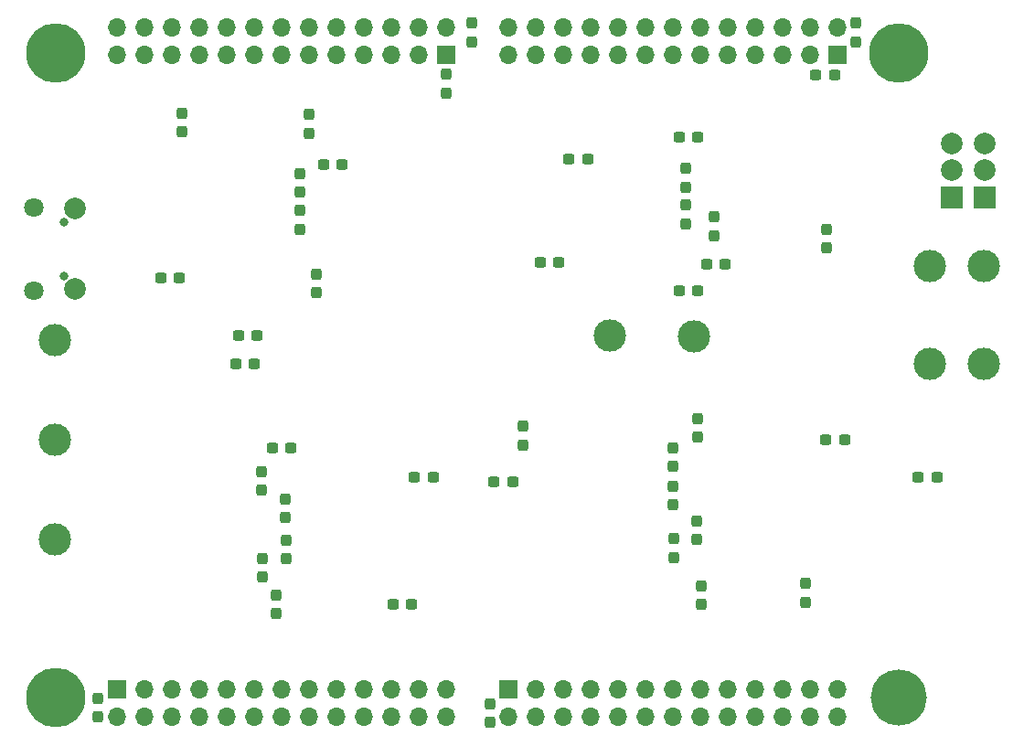
<source format=gbs>
%TF.GenerationSoftware,KiCad,Pcbnew,(6.0.7-1)-1*%
%TF.CreationDate,2022-09-30T10:31:32-05:00*%
%TF.ProjectId,ramn,72616d6e-2e6b-4696-9361-645f70636258,rev?*%
%TF.SameCoordinates,Original*%
%TF.FileFunction,Soldermask,Bot*%
%TF.FilePolarity,Negative*%
%FSLAX46Y46*%
G04 Gerber Fmt 4.6, Leading zero omitted, Abs format (unit mm)*
G04 Created by KiCad (PCBNEW (6.0.7-1)-1) date 2022-09-30 10:31:32*
%MOMM*%
%LPD*%
G01*
G04 APERTURE LIST*
G04 Aperture macros list*
%AMRoundRect*
0 Rectangle with rounded corners*
0 $1 Rounding radius*
0 $2 $3 $4 $5 $6 $7 $8 $9 X,Y pos of 4 corners*
0 Add a 4 corners polygon primitive as box body*
4,1,4,$2,$3,$4,$5,$6,$7,$8,$9,$2,$3,0*
0 Add four circle primitives for the rounded corners*
1,1,$1+$1,$2,$3*
1,1,$1+$1,$4,$5*
1,1,$1+$1,$6,$7*
1,1,$1+$1,$8,$9*
0 Add four rect primitives between the rounded corners*
20,1,$1+$1,$2,$3,$4,$5,0*
20,1,$1+$1,$4,$5,$6,$7,0*
20,1,$1+$1,$6,$7,$8,$9,0*
20,1,$1+$1,$8,$9,$2,$3,0*%
G04 Aperture macros list end*
%ADD10C,5.200000*%
%ADD11C,3.000000*%
%ADD12R,1.700000X1.700000*%
%ADD13O,1.700000X1.700000*%
%ADD14R,2.000000X2.000000*%
%ADD15C,2.000000*%
%ADD16C,5.500000*%
%ADD17C,0.800000*%
%ADD18C,1.800000*%
%ADD19RoundRect,0.237500X0.237500X-0.300000X0.237500X0.300000X-0.237500X0.300000X-0.237500X-0.300000X0*%
%ADD20RoundRect,0.237500X0.300000X0.237500X-0.300000X0.237500X-0.300000X-0.237500X0.300000X-0.237500X0*%
%ADD21RoundRect,0.237500X-0.300000X-0.237500X0.300000X-0.237500X0.300000X0.237500X-0.300000X0.237500X0*%
%ADD22RoundRect,0.237500X-0.237500X0.300000X-0.237500X-0.300000X0.237500X-0.300000X0.237500X0.300000X0*%
G04 APERTURE END LIST*
D10*
X122555000Y-106680000D03*
D11*
X95770000Y-73140000D03*
D12*
X116840000Y-47117000D03*
D13*
X116840000Y-44577000D03*
X114300000Y-47117000D03*
X114300000Y-44577000D03*
X111760000Y-47117000D03*
X111760000Y-44577000D03*
X109220000Y-47117000D03*
X109220000Y-44577000D03*
X106680000Y-47117000D03*
X106680000Y-44577000D03*
X104140000Y-47117000D03*
X104140000Y-44577000D03*
X101600000Y-47117000D03*
X101600000Y-44577000D03*
X99060000Y-47117000D03*
X99060000Y-44577000D03*
X96520000Y-47117000D03*
X96520000Y-44577000D03*
X93980000Y-47117000D03*
X93980000Y-44577000D03*
X91440000Y-47117000D03*
X91440000Y-44577000D03*
X88900000Y-47117000D03*
X88900000Y-44577000D03*
X86360000Y-47117000D03*
X86360000Y-44577000D03*
D14*
X127405000Y-60360000D03*
X130505000Y-60360000D03*
D15*
X130505000Y-57860000D03*
X127405000Y-57860000D03*
X127405000Y-55360000D03*
X130505000Y-55360000D03*
D11*
X125405000Y-75730000D03*
X44405000Y-92030000D03*
D16*
X44450000Y-106680000D03*
D12*
X86360000Y-105900000D03*
D13*
X86360000Y-108440000D03*
X88900000Y-105900000D03*
X88900000Y-108440000D03*
X91440000Y-105900000D03*
X91440000Y-108440000D03*
X93980000Y-105900000D03*
X93980000Y-108440000D03*
X96520000Y-105900000D03*
X96520000Y-108440000D03*
X99060000Y-105900000D03*
X99060000Y-108440000D03*
X101600000Y-105900000D03*
X101600000Y-108440000D03*
X104140000Y-105900000D03*
X104140000Y-108440000D03*
X106680000Y-105900000D03*
X106680000Y-108440000D03*
X109220000Y-105900000D03*
X109220000Y-108440000D03*
X111760000Y-105900000D03*
X111760000Y-108440000D03*
X114300000Y-105900000D03*
X114300000Y-108440000D03*
X116840000Y-105900000D03*
X116840000Y-108440000D03*
D11*
X130405000Y-75730000D03*
X44405000Y-82830000D03*
X125405000Y-66730000D03*
D16*
X44450000Y-46990000D03*
D12*
X50165000Y-105900000D03*
D13*
X50165000Y-108440000D03*
X52705000Y-105900000D03*
X52705000Y-108440000D03*
X55245000Y-105900000D03*
X55245000Y-108440000D03*
X57785000Y-105900000D03*
X57785000Y-108440000D03*
X60325000Y-105900000D03*
X60325000Y-108440000D03*
X62865000Y-105900000D03*
X62865000Y-108440000D03*
X65405000Y-105900000D03*
X65405000Y-108440000D03*
X67945000Y-105900000D03*
X67945000Y-108440000D03*
X70485000Y-105900000D03*
X70485000Y-108440000D03*
X73025000Y-105900000D03*
X73025000Y-108440000D03*
X75565000Y-105900000D03*
X75565000Y-108440000D03*
X78105000Y-105900000D03*
X78105000Y-108440000D03*
X80645000Y-105900000D03*
X80645000Y-108440000D03*
D17*
X45205000Y-67630000D03*
X45205000Y-62630000D03*
D18*
X42455000Y-61255000D03*
D15*
X46255000Y-61405000D03*
D18*
X42455000Y-69005000D03*
D15*
X46255000Y-68855000D03*
D12*
X80645000Y-47117000D03*
D13*
X80645000Y-44577000D03*
X78105000Y-47117000D03*
X78105000Y-44577000D03*
X75565000Y-47117000D03*
X75565000Y-44577000D03*
X73025000Y-47117000D03*
X73025000Y-44577000D03*
X70485000Y-47117000D03*
X70485000Y-44577000D03*
X67945000Y-47117000D03*
X67945000Y-44577000D03*
X65405000Y-47117000D03*
X65405000Y-44577000D03*
X62865000Y-47117000D03*
X62865000Y-44577000D03*
X60325000Y-47117000D03*
X60325000Y-44577000D03*
X57785000Y-47117000D03*
X57785000Y-44577000D03*
X55245000Y-47117000D03*
X55245000Y-44577000D03*
X52705000Y-47117000D03*
X52705000Y-44577000D03*
X50165000Y-47117000D03*
X50165000Y-44577000D03*
D11*
X103580000Y-73230000D03*
X130405000Y-66730000D03*
X44405000Y-73580000D03*
D16*
X122555000Y-46990000D03*
D19*
X63605000Y-95530000D03*
X63605000Y-93805000D03*
X103905000Y-82555000D03*
X103905000Y-80830000D03*
X101705000Y-93692500D03*
X101705000Y-91967500D03*
D20*
X126067500Y-86230000D03*
X124342500Y-86230000D03*
D21*
X104742500Y-66530000D03*
X106467500Y-66530000D03*
D20*
X77405000Y-98030000D03*
X75680000Y-98030000D03*
D22*
X103805000Y-90330000D03*
X103805000Y-92055000D03*
D21*
X102180000Y-54730000D03*
X103905000Y-54730000D03*
X61142500Y-75730000D03*
X62867500Y-75730000D03*
D20*
X116567500Y-49030000D03*
X114842500Y-49030000D03*
D22*
X102805000Y-57667500D03*
X102805000Y-59392500D03*
X67105000Y-61567500D03*
X67105000Y-63292500D03*
D20*
X91067500Y-66330000D03*
X89342500Y-66330000D03*
X103905000Y-69030000D03*
X102180000Y-69030000D03*
D21*
X61367500Y-73130000D03*
X63092500Y-73130000D03*
D19*
X48350000Y-108452500D03*
X48350000Y-106727500D03*
D21*
X64505000Y-83530000D03*
X66230000Y-83530000D03*
D22*
X105405000Y-62167500D03*
X105405000Y-63892500D03*
D19*
X63505000Y-87455000D03*
X63505000Y-85730000D03*
D22*
X64905000Y-97167500D03*
X64905000Y-98892500D03*
X80605000Y-48967500D03*
X80605000Y-50692500D03*
D19*
X56105000Y-54255000D03*
X56105000Y-52530000D03*
X87705000Y-83292500D03*
X87705000Y-81567500D03*
D20*
X86767500Y-86730000D03*
X85042500Y-86730000D03*
D22*
X68605000Y-67430000D03*
X68605000Y-69155000D03*
X83005000Y-44205000D03*
X83005000Y-45930000D03*
D19*
X65705000Y-90030000D03*
X65705000Y-88305000D03*
D21*
X91980000Y-56830000D03*
X93705000Y-56830000D03*
X77680000Y-86230000D03*
X79405000Y-86230000D03*
X69267500Y-57330000D03*
X70992500Y-57330000D03*
D22*
X113905000Y-96105000D03*
X113905000Y-97830000D03*
D19*
X67905000Y-54417500D03*
X67905000Y-52692500D03*
D22*
X102805000Y-61067500D03*
X102805000Y-62792500D03*
X65805000Y-92067500D03*
X65805000Y-93792500D03*
X104205000Y-96305000D03*
X104205000Y-98030000D03*
D20*
X55930000Y-67830000D03*
X54205000Y-67830000D03*
D19*
X101605000Y-85292500D03*
X101605000Y-83567500D03*
X84680000Y-108975000D03*
X84680000Y-107250000D03*
D22*
X118530000Y-44210000D03*
X118530000Y-45935000D03*
D19*
X67105000Y-59855000D03*
X67105000Y-58130000D03*
X115805000Y-65030000D03*
X115805000Y-63305000D03*
D21*
X115780000Y-82830000D03*
X117505000Y-82830000D03*
D19*
X101605000Y-88830000D03*
X101605000Y-87105000D03*
M02*

</source>
